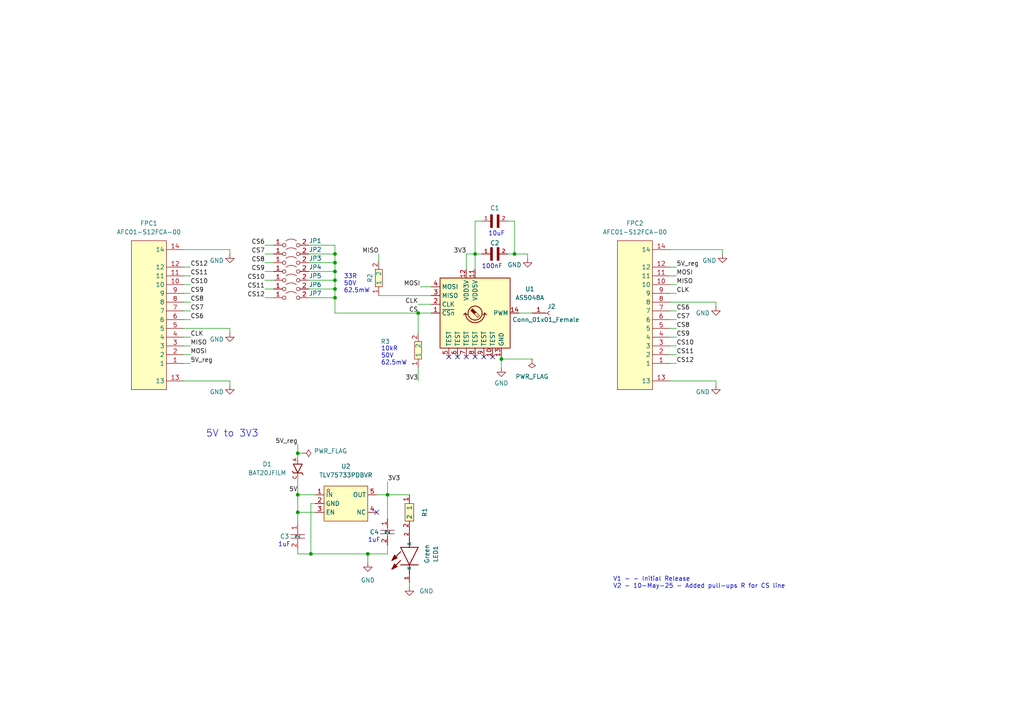
<source format=kicad_sch>
(kicad_sch (version 20211123) (generator eeschema)
  (paper "A4")
  (lib_symbols
    (symbol "100nf_cap_GCM155R71C104KA55J:GCM155R71C104KA55J" (pin_names (offset 1.016))
      (property "Reference" "C" (at 0 3.8109 0))
      (property "Value" "GCM155R71C104KA55J" (at 0 -5.0885 0))
      (symbol "GCM155R71C104KA55J_0_0"
        (rectangle (start 0 -1.9069) (end 0.635 1.905) (stroke (width 0.1)) (fill (type outline)))
        (rectangle (start 1.9069 -1.9069) (end 2.54 1.905) (stroke (width 0.1)) (fill (type outline)))
        (pin passive line (at -2.54 0 0) (length 2.54) (name "~") (number "1"))
        (pin passive line (at 5.08 0 180) (length 2.54) (name "~") (number "2"))
      )
    )
    (symbol "10uF_cap_GRM155R60J106ME15D:GRM155R60J106ME15D" (pin_names (offset 1.016))
      (property "Reference" "C" (at 0 3.8109 0))
      (property "Value" "GRM155R60J106ME15D" (at 0 -5.0885 0))
      (symbol "GRM155R60J106ME15D_0_0"
        (rectangle (start 0 -1.9069) (end 0.635 1.905) (stroke (width 0.1)) (fill (type outline)))
        (rectangle (start 1.9069 -1.9069) (end 2.54 1.905) (stroke (width 0.1)) (fill (type outline)))
        (pin passive line (at -2.54 0 0) (length 2.54) (name "~") (number "1"))
        (pin passive line (at 5.08 0 180) (length 2.54) (name "~") (number "2"))
      )
    )
    (symbol "Connector:Conn_01x01_Female" (pin_names (offset 1.016) hide)
      (property "Reference" "J" (at 0 2.54 0))
      (property "Value" "Conn_01x01_Female" (at 0 -2.54 0))
      (symbol "Conn_01x01_Female_1_1"
        (polyline (pts (xy -1.27 0) (xy -0.508 0)) (stroke (width 0.1524)))
        (arc (start 0 0.508) (mid -0.508 0) (end 0 -0.508) (stroke (width 0.1524)))
        (pin passive line (at -5.08 0 0) (length 3.81) (name "Pin_1") (number "1"))
      )
    )
    (symbol "FFC_conn_Flip type_12P_P=0.5mm_C262661:AFC01-S12FCA-00"
      (property "Reference" "FPC" (at 0 24.13 0))
      (property "Value" "AFC01-S12FCA-00" (at 0 -24.13 0))
      (symbol "AFC01-S12FCA-00_0_1"
        (rectangle (start -2.54 21.59) (end 7.62 -21.59) (fill (type background)))
        (pin unspecified line (at -7.62 13.97 0) (length 5.08) (name "1") (number "1"))
        (pin unspecified line (at -7.62 -8.89 0) (length 5.08) (name "10") (number "10"))
        (pin unspecified line (at -7.62 -11.43 0) (length 5.08) (name "11") (number "11"))
        (pin unspecified line (at -7.62 -13.97 0) (length 5.08) (name "12") (number "12"))
        (pin unspecified line (at -7.62 19.05 0) (length 5.08) (name "13") (number "13"))
        (pin unspecified line (at -7.62 -19.05 0) (length 5.08) (name "14") (number "14"))
        (pin unspecified line (at -7.62 11.43 0) (length 5.08) (name "2") (number "2"))
        (pin unspecified line (at -7.62 8.89 0) (length 5.08) (name "3") (number "3"))
        (pin unspecified line (at -7.62 6.35 0) (length 5.08) (name "4") (number "4"))
        (pin unspecified line (at -7.62 3.81 0) (length 5.08) (name "5") (number "5"))
        (pin unspecified line (at -7.62 1.27 0) (length 5.08) (name "6") (number "6"))
        (pin unspecified line (at -7.62 -1.27 0) (length 5.08) (name "7") (number "7"))
        (pin unspecified line (at -7.62 -3.81 0) (length 5.08) (name "8") (number "8"))
        (pin unspecified line (at -7.62 -6.35 0) (length 5.08) (name "9") (number "9"))
      )
    )
    (symbol "Jumper:Jumper_2_Open" (pin_names (offset 0) hide)
      (property "Reference" "JP" (at 0 2.794 0))
      (property "Value" "Jumper_2_Open" (at 0 -2.286 0))
      (symbol "Jumper_2_Open_0_0"
        (circle (center -2.032 0) (radius 0.508))
        (circle (center 2.032 0) (radius 0.508))
      )
      (symbol "Jumper_2_Open_0_1"
        (arc (start 1.524 1.27) (mid 0 1.778) (end -1.524 1.27))
      )
      (symbol "Jumper_2_Open_1_1"
        (pin passive line (at -5.08 0 0) (length 2.54) (name "A") (number "1"))
        (pin passive line (at 5.08 0 180) (length 2.54) (name "B") (number "2"))
      )
    )
    (symbol "LDO_1A_Fixed_3.3V_out_5.5V_in_SOT-23-5_C485517:TLV75733PDBVR"
      (property "Reference" "U" (at 0 7.62 0))
      (property "Value" "TLV75733PDBVR" (at 0 -7.62 0))
      (symbol "TLV75733PDBVR_0_1"
        (rectangle (start -6.35 5.08) (end 6.35 -5.08) (fill (type background)))
        (circle (center -5.08 3.81) (radius 0.38))
        (pin unspecified line (at -8.89 2.54 0) (length 2.54) (name "IN") (number "1"))
        (pin unspecified line (at -8.89 0 0) (length 2.54) (name "GND") (number "2"))
        (pin unspecified line (at -8.89 -2.54 0) (length 2.54) (name "EN") (number "3"))
        (pin unspecified line (at 8.89 -2.54 180) (length 2.54) (name "NC") (number "4"))
        (pin unspecified line (at 8.89 2.54 180) (length 2.54) (name "OUT") (number "5"))
      )
    )
    (symbol "MLCC_16V_1uF_X7R_±10%_0603_C106248:CC0603KRX7R7BB105"
      (property "Reference" "C" (at 0 5.08 0))
      (property "Value" "CC0603KRX7R7BB105" (at 0 -5.08 0))
      (symbol "CC0603KRX7R7BB105_0_1"
        (polyline (pts (xy -1.27 0) (xy -0.51 0)))
        (polyline (pts (xy -0.51 2.03) (xy -0.51 -2.03)))
        (polyline (pts (xy 0.51 0) (xy 1.27 0)))
        (polyline (pts (xy 0.51 2.03) (xy 0.51 -2.03)))
        (pin input line (at -3.81 0 0) (length 2.54) (name "1") (number "1"))
        (pin input line (at 3.81 0 180) (length 2.54) (name "2") (number "2"))
      )
    )
    (symbol "Resistor_62.5mW_50V_±0.5%_1kΩ_0402_C407754:0402WGD1001TCE"
      (property "Reference" "R" (at 0 5.08 0))
      (property "Value" "0402WGD1001TCE" (at 0 -5.08 0))
      (symbol "0402WGD1001TCE_0_1"
        (rectangle (start -2.54 1.27) (end 2.54 -1.27) (fill (type background)))
        (pin unspecified line (at -5.08 0 0) (length 2.54) (name "1") (number "1"))
        (pin unspecified line (at 5.08 0 180) (length 2.54) (name "2") (number "2"))
      )
    )
    (symbol "Resistor_62.5mW_50V_±1%_10kΩ_0402_C60490:RC0402FR-0710KL"
      (property "Reference" "R" (at 0 5.08 0))
      (property "Value" "RC0402FR-0710KL" (at 0 -5.08 0))
      (symbol "RC0402FR-0710KL_0_1"
        (rectangle (start -2.54 1.02) (end 2.54 -1.02) (fill (type background)))
        (pin input line (at -5.08 0 0) (length 2.54) (name "1") (number "1"))
        (pin input line (at 5.08 0 180) (length 2.54) (name "2") (number "2"))
      )
    )
    (symbol "Resistor_62.5mW_50V_±1%_33Ω_0402_C138002:RC0402FR-0733RL"
      (property "Reference" "R" (at 0 5.08 0))
      (property "Value" "RC0402FR-0733RL" (at 0 -5.08 0))
      (symbol "RC0402FR-0733RL_0_1"
        (rectangle (start -2.54 1.02) (end 2.54 -1.02) (fill (type background)))
        (pin input line (at -5.08 0 0) (length 2.54) (name "1") (number "1"))
        (pin input line (at 5.08 0 180) (length 2.54) (name "2") (number "2"))
      )
    )
    (symbol "Sensor_Magnetic:AS5048A"
      (property "Reference" "U" (at -10.16 11.43 0))
      (property "Value" "AS5048A" (at 10.16 11.43 0))
      (symbol "AS5048A_0_1"
        (rectangle (start -10.16 10.16) (end 10.16 -10.16) (stroke (width 0.254)) (fill (type background)))
        (arc (start -2.794 0) (mid 0 -2.794) (end 2.794 0) (stroke (width 0.254)))
        (polyline (pts (xy -2.794 0) (xy -3.302 -0.508)) (stroke (width 0.254)))
        (polyline (pts (xy -2.794 0) (xy -2.286 -0.508)) (stroke (width 0.254)))
        (polyline (pts (xy 2.794 0) (xy 2.286 -0.508)) (stroke (width 0.254)))
        (polyline (pts (xy 2.794 0) (xy 3.302 -0.508)) (stroke (width 0.254)))
      )
      (symbol "AS5048A_1_1"
        (polyline (pts (xy 0.254 0.254) (xy 1.27 -0.762) (xy 0.762 -1.27) (xy -0.254 -0.254)))
        (polyline (pts (xy -0.762 1.27) (xy 0.254 0.254) (xy -0.254 -0.254) (xy -1.27 0.762) (xy -1.016 1.016) (xy -0.762 1.27) (xy -0.635 1.143)) (fill (type outline)))
        (circle (center 0 0) (radius 2.032) (stroke (width 0.254)))
        (pin input line (at -12.7 0 0) (length 2.54) (name "~{CSn}") (number "1"))
        (pin passive line (at 5.08 -12.7 90) (length 2.54) (name "TEST") (number "10"))
        (pin power_in line (at 0 12.7 270) (length 2.54) (name "VDD5V") (number "11"))
        (pin power_in line (at -2.54 12.7 270) (length 2.54) (name "VDD3V") (number "12"))
        (pin power_in line (at 7.62 -12.7 90) (length 2.54) (name "GND") (number "13"))
        (pin output line (at 12.7 0 180) (length 2.54) (name "PWM") (number "14"))
        (pin input line (at -12.7 2.54 0) (length 2.54) (name "CLK") (number "2"))
        (pin output line (at -12.7 5.08 0) (length 2.54) (name "MISO") (number "3"))
        (pin input line (at -12.7 7.62 0) (length 2.54) (name "MOSI") (number "4"))
        (pin passive line (at -7.62 -12.7 90) (length 2.54) (name "TEST") (number "5"))
        (pin passive line (at -5.08 -12.7 90) (length 2.54) (name "TEST") (number "6"))
        (pin passive line (at -2.54 -12.7 90) (length 2.54) (name "TEST") (number "7"))
        (pin passive line (at 0 -12.7 90) (length 2.54) (name "TEST") (number "8"))
        (pin passive line (at 2.54 -12.7 90) (length 2.54) (name "TEST") (number "9"))
      )
    )
    (symbol "diode_BAT20JFILM:BAT20JFILM" (pin_names (offset 1.016))
      (property "Reference" "D" (at 2.5412 0.4828 0))
      (property "Value" "BAT20JFILM" (at 2.5408 -2.3122 0))
      (symbol "BAT20JFILM_0_0"
        (polyline (pts (xy -2.54 0) (xy -1.27 0)) (stroke (width 0.1524)))
        (polyline (pts (xy -1.27 -1.27) (xy 1.27 0)) (stroke (width 0.254)))
        (polyline (pts (xy -1.27 0) (xy -1.27 -1.27)) (stroke (width 0.254)))
        (polyline (pts (xy -1.27 1.27) (xy -1.27 0)) (stroke (width 0.254)))
        (polyline (pts (xy 1.27 -1.27) (xy 0.762 -1.524)) (stroke (width 0.254)))
        (polyline (pts (xy 1.27 0) (xy -1.27 1.27)) (stroke (width 0.254)))
        (polyline (pts (xy 1.27 0) (xy 1.27 -1.27)) (stroke (width 0.254)))
        (polyline (pts (xy 1.27 1.27) (xy 1.27 0)) (stroke (width 0.254)))
        (polyline (pts (xy 1.27 1.27) (xy 1.778 1.524)) (stroke (width 0.254)))
        (polyline (pts (xy 2.54 0) (xy 1.27 0)) (stroke (width 0.1524)))
        (pin passive line (at -2.54 0 0) (length 0) (name "~") (number "A"))
        (pin passive line (at 2.54 0 180) (length 0) (name "~") (number "C"))
      )
    )
    (symbol "green_LED_wurth_150060GS75000_0603_C5252984:150060GS75000" (pin_names (offset 1.016))
      (property "Reference" "LED" (at 12.7 8.89 0))
      (property "Value" "150060GS75000" (at 12.7 6.35 0))
      (symbol "150060GS75000_0_0"
        (polyline (pts (xy 2.54 0) (xy 5.08 0)) (stroke (width 0.254)))
        (polyline (pts (xy 5.08 0) (xy 10.16 2.54)) (stroke (width 0.254)))
        (polyline (pts (xy 5.08 2.54) (xy 5.08 -2.54)) (stroke (width 0.254)))
        (polyline (pts (xy 6.35 2.54) (xy 3.81 5.08)) (stroke (width 0.254)))
        (polyline (pts (xy 8.89 2.54) (xy 6.35 5.08)) (stroke (width 0.254)))
        (polyline (pts (xy 10.16 -2.54) (xy 5.08 0)) (stroke (width 0.254)))
        (polyline (pts (xy 10.16 -2.54) (xy 10.16 2.54)) (stroke (width 0.254)))
        (polyline (pts (xy 10.16 0) (xy 12.7 0)) (stroke (width 0.254)))
        (polyline (pts (xy 5.334 4.318) (xy 4.572 3.556) (xy 3.81 5.08) (xy 5.334 4.318)) (stroke (width 0.254)) (fill (type outline)))
        (polyline (pts (xy 7.874 4.318) (xy 7.112 3.556) (xy 6.35 5.08) (xy 7.874 4.318)) (stroke (width 0.254)) (fill (type outline)))
        (pin bidirectional line (at 0 0 0) (length 2.54) (name "K") (number "1"))
        (pin bidirectional line (at 15.24 0 180) (length 2.54) (name "A") (number "2"))
      )
    )
    (symbol "power:GND" (power) (pin_names (offset 0))
      (property "Value" "GND" (at 0 -3.81 0))
      (symbol "GND_0_1"
        (polyline (pts (xy 0 0) (xy 0 -1.27) (xy 1.27 -1.27) (xy 0 -2.54) (xy -1.27 -1.27) (xy 0 -1.27)))
      )
      (symbol "GND_1_1"
        (pin power_in line (at 0 0 270) (length 0) hide (name "GND") (number "1"))
      )
    )
    (symbol "power:PWR_FLAG" (power) (pin_numbers hide) (pin_names (offset 0) hide)
      (property "Value" "PWR_FLAG" (at 0 3.81 0))
      (symbol "PWR_FLAG_0_0"
        (pin power_out line (at 0 0 90) (length 0) (name "pwr") (number "1"))
      )
      (symbol "PWR_FLAG_0_1"
        (polyline (pts (xy 0 0) (xy 0 1.27) (xy -1.016 1.905) (xy 0 2.54) (xy 1.016 1.905) (xy 0 1.27)))
      )
    )
  )
  (junction (at 97.155 73.66))
  (junction (at 137.795 73.66))
  (junction (at 97.155 86.36))
  (junction (at 106.68 160.655))
  (junction (at 86.36 143.51))
  (junction (at 149.225 73.66))
  (junction (at 86.36 148.59))
  (junction (at 86.36 131.445))
  (junction (at 97.155 81.28))
  (junction (at 112.395 143.51))
  (junction (at 97.155 76.2))
  (junction (at 121.285 90.805))
  (junction (at 145.415 104.14))
  (junction (at 90.17 160.655))
  (junction (at 97.155 83.82))
  (junction (at 97.155 78.74))
  (no_connect (at 142.875 103.505))
  (no_connect (at 132.715 103.505))
  (no_connect (at 135.255 103.505))
  (no_connect (at 137.795 103.505))
  (no_connect (at 140.335 103.505))
  (no_connect (at 130.175 103.505))
  (no_connect (at 109.22 148.59))
  (wire (pts (xy 97.155 71.12) (xy 89.535 71.12)))
  (wire (pts (xy 112.395 143.51) (xy 118.745 143.51)))
  (wire (pts (xy 109.855 85.725) (xy 125.095 85.725)))
  (wire (pts (xy 55.245 92.71) (xy 53.34 92.71)))
  (wire (pts (xy 196.215 77.47) (xy 194.31 77.47)))
  (wire (pts (xy 66.675 110.49) (xy 66.675 111.76)))
  (wire (pts (xy 194.31 72.39) (xy 209.55 72.39)))
  (wire (pts (xy 121.285 106.68) (xy 121.285 110.49)))
  (wire (pts (xy 196.215 100.33) (xy 194.31 100.33)))
  (wire (pts (xy 97.155 83.82) (xy 97.155 86.36)))
  (wire (pts (xy 196.215 105.41) (xy 194.31 105.41)))
  (wire (pts (xy 106.68 160.655) (xy 106.68 163.195)))
  (wire (pts (xy 97.155 81.28) (xy 97.155 83.82)))
  (wire (pts (xy 86.36 138.43) (xy 86.36 143.51)))
  (wire (pts (xy 112.395 139.7) (xy 112.395 143.51)))
  (wire (pts (xy 109.855 75.565) (xy 109.855 73.66)))
  (wire (pts (xy 112.395 158.115) (xy 112.395 160.655)))
  (wire (pts (xy 194.31 87.63) (xy 207.645 87.63)))
  (wire (pts (xy 196.215 95.25) (xy 194.31 95.25)))
  (wire (pts (xy 149.225 73.66) (xy 153.035 73.66)))
  (wire (pts (xy 196.215 102.87) (xy 194.31 102.87)))
  (wire (pts (xy 76.835 81.28) (xy 79.375 81.28)))
  (wire (pts (xy 90.17 146.05) (xy 90.17 160.655)))
  (wire (pts (xy 89.535 86.36) (xy 97.155 86.36)))
  (wire (pts (xy 89.535 83.82) (xy 97.155 83.82)))
  (wire (pts (xy 207.645 110.49) (xy 207.645 111.76)))
  (wire (pts (xy 149.225 64.135) (xy 149.225 73.66)))
  (wire (pts (xy 121.285 90.805) (xy 121.285 96.52)))
  (wire (pts (xy 53.34 72.39) (xy 66.675 72.39)))
  (wire (pts (xy 118.745 170.18) (xy 118.745 168.91)))
  (wire (pts (xy 87.63 131.445) (xy 86.36 131.445)))
  (wire (pts (xy 147.32 64.135) (xy 149.225 64.135)))
  (wire (pts (xy 91.44 143.51) (xy 86.36 143.51)))
  (wire (pts (xy 97.155 86.36) (xy 97.155 90.805)))
  (wire (pts (xy 86.36 148.59) (xy 86.36 143.51)))
  (wire (pts (xy 66.675 72.39) (xy 66.675 73.66)))
  (wire (pts (xy 137.795 73.66) (xy 135.255 73.66)))
  (wire (pts (xy 135.255 78.105) (xy 135.255 73.66)))
  (wire (pts (xy 55.245 87.63) (xy 53.34 87.63)))
  (wire (pts (xy 109.22 143.51) (xy 112.395 143.51)))
  (wire (pts (xy 196.215 85.09) (xy 194.31 85.09)))
  (wire (pts (xy 86.36 160.655) (xy 90.17 160.655)))
  (wire (pts (xy 55.245 80.01) (xy 53.34 80.01)))
  (wire (pts (xy 125.095 90.805) (xy 121.285 90.805)))
  (wire (pts (xy 145.415 103.505) (xy 145.415 104.14)))
  (wire (pts (xy 86.36 131.445) (xy 86.36 133.35)))
  (wire (pts (xy 55.245 102.87) (xy 53.34 102.87)))
  (wire (pts (xy 112.395 160.655) (xy 106.68 160.655)))
  (wire (pts (xy 207.645 87.63) (xy 207.645 88.9)))
  (wire (pts (xy 209.55 72.39) (xy 209.55 73.66)))
  (wire (pts (xy 194.31 110.49) (xy 207.645 110.49)))
  (wire (pts (xy 91.44 148.59) (xy 86.36 148.59)))
  (wire (pts (xy 90.17 160.655) (xy 106.68 160.655)))
  (wire (pts (xy 53.34 110.49) (xy 66.675 110.49)))
  (wire (pts (xy 137.795 73.66) (xy 137.795 78.105)))
  (wire (pts (xy 55.245 105.41) (xy 53.34 105.41)))
  (wire (pts (xy 196.215 97.79) (xy 194.31 97.79)))
  (wire (pts (xy 55.245 90.17) (xy 53.34 90.17)))
  (wire (pts (xy 196.215 90.17) (xy 194.31 90.17)))
  (wire (pts (xy 66.675 95.25) (xy 66.675 96.52)))
  (wire (pts (xy 145.415 104.14) (xy 145.415 106.68)))
  (wire (pts (xy 147.32 73.66) (xy 149.225 73.66)))
  (wire (pts (xy 97.155 78.74) (xy 97.155 81.28)))
  (wire (pts (xy 86.36 151.765) (xy 86.36 148.59)))
  (wire (pts (xy 153.035 73.66) (xy 153.035 74.93)))
  (wire (pts (xy 121.285 88.265) (xy 125.095 88.265)))
  (wire (pts (xy 154.305 104.14) (xy 145.415 104.14)))
  (wire (pts (xy 76.835 78.74) (xy 79.375 78.74)))
  (wire (pts (xy 76.835 76.2) (xy 79.375 76.2)))
  (wire (pts (xy 89.535 76.2) (xy 97.155 76.2)))
  (wire (pts (xy 112.395 150.495) (xy 112.395 143.51)))
  (wire (pts (xy 55.245 82.55) (xy 53.34 82.55)))
  (wire (pts (xy 196.215 82.55) (xy 194.31 82.55)))
  (wire (pts (xy 97.155 78.74) (xy 89.535 78.74)))
  (wire (pts (xy 91.44 146.05) (xy 90.17 146.05)))
  (wire (pts (xy 55.245 97.79) (xy 53.34 97.79)))
  (wire (pts (xy 121.92 83.185) (xy 125.095 83.185)))
  (wire (pts (xy 76.835 73.66) (xy 79.375 73.66)))
  (wire (pts (xy 137.795 64.135) (xy 139.7 64.135)))
  (wire (pts (xy 196.215 92.71) (xy 194.31 92.71)))
  (wire (pts (xy 154.305 90.805) (xy 150.495 90.805)))
  (wire (pts (xy 97.155 76.2) (xy 97.155 78.74)))
  (wire (pts (xy 86.36 128.905) (xy 86.36 131.445)))
  (wire (pts (xy 139.7 73.66) (xy 137.795 73.66)))
  (wire (pts (xy 121.285 90.805) (xy 97.155 90.805)))
  (wire (pts (xy 76.835 71.12) (xy 79.375 71.12)))
  (wire (pts (xy 53.34 95.25) (xy 66.675 95.25)))
  (wire (pts (xy 55.245 100.33) (xy 53.34 100.33)))
  (wire (pts (xy 137.795 73.66) (xy 137.795 64.135)))
  (wire (pts (xy 86.36 159.385) (xy 86.36 160.655)))
  (wire (pts (xy 196.215 80.01) (xy 194.31 80.01)))
  (wire (pts (xy 89.535 73.66) (xy 97.155 73.66)))
  (wire (pts (xy 97.155 73.66) (xy 97.155 71.12)))
  (wire (pts (xy 76.835 86.36) (xy 79.375 86.36)))
  (wire (pts (xy 55.245 77.47) (xy 53.34 77.47)))
  (wire (pts (xy 76.835 83.82) (xy 79.375 83.82)))
  (wire (pts (xy 55.245 85.09) (xy 53.34 85.09)))
  (wire (pts (xy 89.535 81.28) (xy 97.155 81.28)))
  (wire (pts (xy 97.155 76.2) (xy 97.155 73.66)))
  (text "100nF" (at 139.7 78.105 0) (effects (font (size 1.27 1.27)) (justify left bottom)))
  (text "10kR\n50V\n62.5mW" (at 110.49 106.045 0) (effects (font (size 1.27 1.27)) (justify left bottom)))
  (text "1uF" (at 80.645 158.75 0) (effects (font (size 1.27 1.27)) (justify left bottom)))
  (text "33R\n50V\n62.5mW" (at 99.695 85.09 0) (effects (font (size 1.27 1.27)) (justify left bottom)))
  (text "1uF" (at 106.68 157.48 0) (effects (font (size 1.27 1.27)) (justify left bottom)))
  (text "5V to 3V3" (at 59.69 127 0) (effects (font (size 2 2)) (justify left bottom)))
  (text "10uF" (at 141.605 68.58 0) (effects (font (size 1.27 1.27)) (justify left bottom)))
  (text "V1 - - Initial Release\nV2 - 10-May-25 - Added pull-ups R for CS line\n" (at 177.8 170.815 0) (effects (font (size 1.27 1.27)) (justify left bottom)))
  (label "CS7" (at 55.245 90.17 0))
  (label "3V3" (at 112.395 139.7 0))
  (label "CS10" (at 196.215 100.33 0))
  (label "MISO" (at 196.215 82.55 0))
  (label "CS9" (at 196.215 97.79 0))
  (label "CS6" (at 55.245 92.71 0))
  (label "CS7" (at 76.835 73.66 180))
  (label "MOSI" (at 196.215 80.01 0))
  (label "CS9" (at 55.245 85.09 0))
  (label "MISO" (at 55.245 100.33 0))
  (label "CS8" (at 76.835 76.2 180))
  (label "5V_reg" (at 55.245 105.41 0))
  (label "CS6" (at 76.835 71.12 180))
  (label "5V" (at 86.36 142.875 180))
  (label "CS9" (at 76.835 78.74 180))
  (label "CS11" (at 76.835 83.82 180))
  (label "CS8" (at 196.215 95.25 0))
  (label "CS11" (at 55.245 80.01 0))
  (label "CLK" (at 196.215 85.09 0))
  (label "CLK" (at 121.285 88.265 180))
  (label "CS10" (at 76.835 81.28 180))
  (label "CS12" (at 196.215 105.41 0))
  (label "5V_reg" (at 86.36 128.905 180))
  (label "CS12" (at 76.835 86.36 180))
  (label "5V_reg" (at 196.215 77.47 0))
  (label "MISO" (at 109.855 73.66 180))
  (label "MOSI" (at 121.92 83.185 180))
  (label "3V3" (at 121.285 110.49 180))
  (label "CS8" (at 55.245 87.63 0))
  (label "MOSI" (at 55.245 102.87 0))
  (label "3V3" (at 135.255 73.66 180))
  (label "CS" (at 121.285 90.805 180))
  (label "CS11" (at 196.215 102.87 0))
  (label "CS7" (at 196.215 92.71 0))
  (label "CLK" (at 55.245 97.79 0))
  (label "CS10" (at 55.245 82.55 0))
  (label "CS12" (at 55.245 77.47 0))
  (label "CS6" (at 196.215 90.17 0))
  (symbol (lib_id "power:GND") (at 207.645 88.9 0) (unit 1)
    (property "Reference" "#PWR0101" (effects hide))
    (property "Value" "GND" (at 203.835 90.805 0))
  )
  (symbol (lib_id "power:GND") (at 145.415 106.68 0) (unit 1)
    (property "Reference" "#PWR05" (effects hide))
    (property "Value" "GND" (at 145.415 111.125 0))
  )
  (symbol (lib_id "power:GND") (at 207.645 111.76 0) (unit 1)
    (property "Reference" "#PWR010" (effects hide))
    (property "Value" "GND" (at 203.835 113.665 0))
  )
  (symbol (lib_id "MLCC_16V_1uF_X7R_±10%_0603_C106248:CC0603KRX7R7BB105") (at 86.36 155.575 270) (unit 1)
    (property "Reference" "C3" (at 82.55 155.575 90))
    (property "Value" "CC0603KRX7R7BB105" (effects hide))
    (property "Footprint" "MLCC_16V_1uF_X7R_±10%_0603_C106248:MLCC_16V_1uF_X7R_±10%_0603_C106248" (effects hide))
    (property "Datasheet" "https://lcsc.com/product-detail/Multilayer-Ceramic-Capacitors-MLCC-SMD-SMT_1uF-105-10-16V_C106248.html" (effects hide))
    (property "LCSC Part" "C106248" (effects hide))
    (property "LCSC" "C106248" (effects hide))
  )
  (symbol (lib_id "power:GND") (at 153.035 74.93 0) (unit 1)
    (property "Reference" "#PWR06" (effects hide))
    (property "Value" "GND" (at 149.225 76.835 0))
  )
  (symbol (lib_id "10uF_cap_GRM155R60J106ME15D:GRM155R60J106ME15D") (at 142.24 64.135 0) (unit 1)
    (property "Reference" "C1" (at 143.51 60.325 0))
    (property "Value" "GRM155R60J106ME15D" (effects hide))
    (property "Footprint" "10uF_cap_GRM155R60J106ME15D:CAPC1005X65N" (effects hide))
    (property "MF" "Murata" (effects hide))
    (property "Description" "\nSMD capacitor X5R(EIA) with capacitance 10uF Tol.20%. Rated voltage 6.3Vdc 85C\n" (effects hide))
    (property "Package" "1005 Murata" (effects hide))
    (property "Price" "None" (effects hide))
    (property "SnapEDA_Link" "https://www.snapeda.com/parts/GRM155R60J106ME15D/Murata+Electronics+North+America/view-part/?ref=snap" (effects hide))
    (property "MP" "GRM155R60J106ME15D" (effects hide))
    (property "Purchase-URL" "https://www.snapeda.com/api/url_track_click_mouser/?unipart_id=1756108&manufacturer=Murata&part_name=GRM155R60J106ME15D&search_term=grm155r60j106me15d" (effects hide))
    (property "Availability" "In Stock" (effects hide))
    (property "Check_prices" "https://www.snapeda.com/parts/GRM155R60J106ME15D/Murata+Electronics+North+America/view-part/?ref=eda" (effects hide))
    (property "LCSC" "C412251" (effects hide))
    (property "LCSC Part #" "C412251" (effects hide))
    (property "LCSC Part" "C412251" (effects hide))
  )
  (symbol (lib_id "MLCC_16V_1uF_X7R_±10%_0603_C106248:CC0603KRX7R7BB105") (at 112.395 154.305 270) (unit 1)
    (property "Reference" "C4" (at 108.585 154.305 90))
    (property "Value" "CC0603KRX7R7BB105" (effects hide))
    (property "Footprint" "MLCC_16V_1uF_X7R_±10%_0603_C106248:MLCC_16V_1uF_X7R_±10%_0603_C106248" (effects hide))
    (property "Datasheet" "https://lcsc.com/product-detail/Multilayer-Ceramic-Capacitors-MLCC-SMD-SMT_1uF-105-10-16V_C106248.html" (effects hide))
    (property "LCSC Part" "C106248" (effects hide))
    (property "LCSC" "C106248" (effects hide))
  )
  (symbol (lib_id "Jumper:Jumper_2_Open") (at 84.455 76.2 0) (unit 1)
    (property "Reference" "JP3" (at 91.44 74.93 0))
    (property "Value" "Jumper_2_Open" (effects hide))
    (property "Footprint" "solder_jumpers:SolderJumper-2_P1.3mm_Open_TrianglePad1.0x1.5mm" (effects hide))
  )
  (symbol (lib_id "Jumper:Jumper_2_Open") (at 84.455 81.28 0) (unit 1)
    (property "Reference" "JP5" (at 91.44 80.01 0))
    (property "Value" "Jumper_2_Open" (effects hide))
    (property "Footprint" "solder_jumpers:SolderJumper-2_P1.3mm_Open_TrianglePad1.0x1.5mm" (effects hide))
  )
  (symbol (lib_id "Jumper:Jumper_2_Open") (at 84.455 78.74 0) (unit 1)
    (property "Reference" "JP4" (at 91.44 77.47 0))
    (property "Value" "Jumper_2_Open" (effects hide))
    (property "Footprint" "solder_jumpers:SolderJumper-2_P1.3mm_Open_TrianglePad1.0x1.5mm" (effects hide))
  )
  (symbol (lib_id "Connector:Conn_01x01_Female") (at 159.385 90.805 0) (unit 1)
    (property "Reference" "J2" (at 158.75 88.9 0) (effects (justify left)))
    (property "Value" "Conn_01x01_Female" (at 148.59 92.71 0) (effects (justify left)))
    (property "Footprint" "Connector_PinHeader_1.00mm:PinHeader_1x01_P1.00mm_Vertical" (effects hide))
  )
  (symbol (lib_id "Jumper:Jumper_2_Open") (at 84.455 86.36 0) (unit 1)
    (property "Reference" "JP7" (at 91.44 85.09 0))
    (property "Value" "Jumper_2_Open" (effects hide))
    (property "Footprint" "solder_jumpers:SolderJumper-2_P1.3mm_Open_TrianglePad1.0x1.5mm" (effects hide))
  )
  (symbol (lib_id "power:GND") (at 118.745 170.18 0) (unit 1)
    (property "Reference" "#PWR04" (effects hide))
    (property "Value" "GND" (at 121.6112 171.4499 0) (effects (justify left)))
  )
  (symbol (lib_id "FFC_conn_Flip type_12P_P=0.5mm_C262661:AFC01-S12FCA-00") (at 45.72 91.44 180) (unit 1)
    (property "Reference" "FPC1" (at 43.18 64.77 0))
    (property "Value" "AFC01-S12FCA-00" (at 43.18 67.31 0))
    (property "Footprint" "FFC_conn_Flip type_12P_P=0.5mm_C262661:FFC_conn_Flip type_12P_P=0.5mm_C262661" (effects hide))
    (property "Datasheet" "https://lcsc.com/product-detail/Others_JUSHUO-AFC01-S12FCA-00_C262661.html" (effects hide))
    (property "LCSC Part" "C262661" (effects hide))
    (property "LCSC" "C262661" (effects hide))
  )
  (symbol (lib_id "Sensor_Magnetic:AS5048A") (at 137.795 90.805 0) (unit 1)
    (property "Reference" "U1" (at 153.67 83.82 0))
    (property "Value" "AS5048A" (at 153.67 86.36 0))
    (property "Footprint" "Package_SO:TSSOP-14_4.4x5mm_P0.65mm" (effects hide))
    (property "Datasheet" "https://ams.com/documents/20143/36005/AS5048_DS000298_4-00.pdf" (effects hide))
    (property "LCSC" "C2655181" (effects hide))
    (property "LCSC Part #" "C2655181" (effects hide))
    (property "LCSC Part" "C2655181" (effects hide))
  )
  (symbol (lib_id "LDO_1A_Fixed_3.3V_out_5.5V_in_SOT-23-5_C485517:TLV75733PDBVR") (at 100.33 146.05 0) (unit 1)
    (property "Reference" "U2" (at 100.33 135.255 0))
    (property "Value" "TLV75733PDBVR" (at 100.33 137.795 0))
    (property "Footprint" "LDO_1A_Fixed_3.3V_out_5.5V_in_SOT-23-5_C485517:LDO_1A_Fixed_3.3V_out_5.5V_in_SOT-23-5_C485517" (effects hide))
    (property "Datasheet" "https://lcsc.com/product-detail/New-Arrivals_Texas-Instruments-Texas-Instruments-TLV75733PDBVR_C485517.html" (effects hide))
    (property "LCSC Part" "C485517" (effects hide))
    (property "LCSC" "C485517" (effects hide))
  )
  (symbol (lib_id "Resistor_62.5mW_50V_±1%_10kΩ_0402_C60490:RC0402FR-0710KL") (at 121.285 101.6 90) (unit 1)
    (property "Reference" "R3" (at 111.76 99.06 90))
    (property "Value" "RC0402FR-0710KL" (effects hide))
    (property "Footprint" "Resistor_62.5mW_50V_±1%_10kΩ_0402_C60490:Resistor_62.5mW_50V_±1%_10kΩ_0402_C60490" (effects hide))
    (property "Datasheet" "https://lcsc.com/product-detail/Chip-Resistor-Surface-Mount_10KR-1002-1_C60490.html" (effects hide))
    (property "LCSC Part" "C60490" (effects hide))
    (property "LCSC" "C60490" (effects hide))
  )
  (symbol (lib_id "Jumper:Jumper_2_Open") (at 84.455 73.66 0) (unit 1)
    (property "Reference" "JP2" (at 91.44 72.39 0))
    (property "Value" "Jumper_2_Open" (effects hide))
    (property "Footprint" "solder_jumpers:SolderJumper-2_P1.3mm_Open_TrianglePad1.0x1.5mm" (effects hide))
  )
  (symbol (lib_id "100nf_cap_GCM155R71C104KA55J:GCM155R71C104KA55J") (at 142.24 73.66 0) (unit 1)
    (property "Reference" "C2" (at 143.51 70.485 0))
    (property "Value" "GCM155R71C104KA55J" (effects hide))
    (property "Footprint" "100nf_cap_GCM155R71C104KA55J:CAPC1005X55N" (effects hide))
    (property "MF" "Murata" (effects hide))
    (property "Description" "\n0.1 µF ±10% 16V Ceramic Capacitor X7R 0402 (1005 Metric)\n" (effects hide))
    (property "Package" "1005 Taiyo Yuden" (effects hide))
    (property "Price" "None" (effects hide))
    (property "SnapEDA_Link" "https://www.snapeda.com/parts/GCM155R71C104KA55J/Murata+Electronics+North+America/view-part/?ref=snap" (effects hide))
    (property "MP" "GCM155R71C104KA55J" (effects hide))
    (property "Purchase-URL" "https://pricing.snapeda.com/search?q=GCM155R71C104KA55J&ref=eda" (effects hide))
    (property "Availability" "In Stock" (effects hide))
    (property "Check_prices" "https://www.snapeda.com/parts/GCM155R71C104KA55J/Murata+Electronics+North+America/view-part/?ref=eda" (effects hide))
    (property "LCSC" "C2655418" (effects hide))
    (property "LCSC Part #" "C2655418" (effects hide))
    (property "LCSC Part" "C2655418" (effects hide))
  )
  (symbol (lib_id "power:GND") (at 209.55 73.66 0) (unit 1)
    (property "Reference" "#PWR08" (effects hide))
    (property "Value" "GND" (at 205.74 75.565 0))
  )
  (symbol (lib_id "FFC_conn_Flip type_12P_P=0.5mm_C262661:AFC01-S12FCA-00") (at 186.69 91.44 180) (unit 1)
    (property "Reference" "FPC2" (at 184.15 64.77 0))
    (property "Value" "AFC01-S12FCA-00" (at 184.15 67.31 0))
    (property "Footprint" "FFC_conn_Flip type_12P_P=0.5mm_C262661:FFC_conn_Flip type_12P_P=0.5mm_C262661" (effects hide))
    (property "Datasheet" "https://lcsc.com/product-detail/Others_JUSHUO-AFC01-S12FCA-00_C262661.html" (effects hide))
    (property "LCSC Part" "C262661" (effects hide))
    (property "LCSC" "C262661" (effects hide))
  )
  (symbol (lib_id "power:GND") (at 106.68 163.195 0) (unit 1)
    (property "Reference" "#PWR03" (effects hide))
    (property "Value" "GND" (at 106.68 168.275 0))
  )
  (symbol (lib_id "Jumper:Jumper_2_Open") (at 84.455 71.12 0) (unit 1)
    (property "Reference" "JP1" (at 91.44 69.85 0))
    (property "Value" "Jumper_2_Open" (effects hide))
    (property "Footprint" "solder_jumpers:SolderJumper-2_P1.3mm_Open_TrianglePad1.0x1.5mm" (effects hide))
  )
  (symbol (lib_id "green_LED_wurth_150060GS75000_0603_C5252984:150060GS75000") (at 118.745 168.91 90) (unit 1)
    (property "Reference" "LED1" (at 126.365 160.655 0))
    (property "Value" "Green" (at 123.825 160.655 0))
    (property "Footprint" "green_LED_wurth_150060GS75000_0603_C5252984:LEDC1608X80N" (effects hide))
    (property "MANUFACTURER_NAME" "Wurth Elektronik" (effects hide))
    (property "MF" "Wurth Electronics" (effects hide))
    (property "MOUSER_PRICE-STOCK" "https://www.mouser.com/Search/Refine.aspx?Keyword=710-150060GS75000" (effects hide))
    (property "DESCRIPTION" "Wurth Elektronik WL-SMCW 520 nm Green LED, 1608 (0603) Clear SMD package" (effects hide))
    (property "MOUSER_PART_NUMBER" "710-150060GS75000" (effects hide))
    (property "Price" "None" (effects hide))
    (property "Package" "0603 Würth Elektronik" (effects hide))
    (property "Check_prices" "https://www.snapeda.com/parts/150060GS75000/Wurth+Electronics+Inc./view-part/?ref=eda" (effects hide))
    (property "HEIGHT" "0.8mm" (effects hide))
    (property "SnapEDA_Link" "https://www.snapeda.com/parts/150060GS75000/Wurth+Electronics+Inc./view-part/?ref=snap" (effects hide))
    (property "MP" "150060GS75000" (effects hide))
    (property "Description" "\nGreen 520nm LED Indication - Discrete 3.2V 0603 (1608 Metric)\n" (effects hide))
    (property "Availability" "In Stock" (effects hide))
    (property "MANUFACTURER_PART_NUMBER" "150060GS75000" (effects hide))
    (property "LCSC" "C5252984" (effects hide))
    (property "LCSC Part" "C5252984" (effects hide))
  )
  (symbol (lib_id "Resistor_62.5mW_50V_±1%_33Ω_0402_C138002:RC0402FR-0733RL") (at 109.855 80.645 90) (unit 1)
    (property "Reference" "R2" (at 107.315 80.645 0))
    (property "Value" "RC0402FR-0733RL" (effects hide))
    (property "Footprint" "Resistor_62.5mW_50V_±1%_33Ω_0402_C138002:Resistor_62.5mW_50V_±1%_33Ω_0402_C138002" (effects hide))
    (property "Datasheet" "https://lcsc.com/product-detail/Chip-Resistor-Surface-Mount_33R-33R0-1_C138002.html" (effects hide))
    (property "LCSC Part" "C138002" (effects hide))
    (property "LCSC" "C138002" (effects hide))
  )
  (symbol (lib_id "power:PWR_FLAG") (at 154.305 104.14 180) (unit 1)
    (property "Reference" "#FLG0101" (effects hide))
    (property "Value" "PWR_FLAG" (at 154.305 109.22 0))
  )
  (symbol (lib_id "power:PWR_FLAG") (at 87.63 131.445 270) (unit 1)
    (property "Reference" "#FLG01" (effects hide))
    (property "Value" "PWR_FLAG" (at 95.885 130.81 90))
  )
  (symbol (lib_id "power:GND") (at 66.675 73.66 0) (unit 1)
    (property "Reference" "#PWR01" (effects hide))
    (property "Value" "GND" (at 62.865 75.565 0))
  )
  (symbol (lib_id "diode_BAT20JFILM:BAT20JFILM") (at 86.36 135.89 270) (unit 1)
    (property "Reference" "D1" (at 77.47 134.62 90))
    (property "Value" "BAT20JFILM" (at 77.47 137.16 90))
    (property "Footprint" "diode_BAT20JFILM:SOD-323" (effects hide))
    (property "MF" "STMicroelectronics" (effects hide))
    (property "Description" "\nDiode Schottky 23 V 1A Surface Mount SOD-323\n" (effects hide))
    (property "Package" "SOD-323 STMicroelectronics" (effects hide))
    (property "Price" "None" (effects hide))
    (property "VALUE" "BAT20JFILM" (effects hide))
    (property "MP" "BAT20JFILM" (effects hide))
    (property "SnapEDA_Link" "https://www.snapeda.com/parts/BAT20JFILM/STMicroelectronics/view-part/?ref=snap" (effects hide))
    (property "PROD_ID" "DIO-11623" (effects hide))
    (property "Purchase-URL" "https://pricing.snapeda.com/search?q=BAT20JFILM&ref=eda" (effects hide))
    (property "Availability" "In Stock" (effects hide))
    (property "Check_prices" "https://www.snapeda.com/parts/BAT20JFILM/STMicroelectronics/view-part/?ref=eda" (effects hide))
    (property "LCSC Part #" "C155590" (effects hide))
    (property "LCSC Part" "C155590" (effects hide))
    (property "LCSC" "C155590" (effects hide))
  )
  (symbol (lib_id "power:GND") (at 66.675 111.76 0) (unit 1)
    (property "Reference" "#PWR07" (effects hide))
    (property "Value" "GND" (at 62.865 113.665 0))
  )
  (symbol (lib_id "Resistor_62.5mW_50V_±0.5%_1kΩ_0402_C407754:0402WGD1001TCE") (at 118.745 148.59 270) (unit 1)
    (property "Reference" "R1" (at 123.19 148.59 0))
    (property "Value" "0402WGD1001TCE" (effects hide))
    (property "Footprint" "Resistor_62.5mW_50V_±0.5%_1kΩ_0402_C407754:Resistor_62.5mW_50V_±0.5%_1kΩ_0402_C407754" (effects hide))
    (property "Datasheet" "https://lcsc.com/product-detail/Chip-Resistor-Surface-Mount_Uniroyal-Elec-0402WGD1001TCE_C407754.html" (effects hide))
    (property "LCSC Part" "C407754" (effects hide))
    (property "LCSC" "C407754" (effects hide))
  )
  (symbol (lib_id "power:GND") (at 66.675 96.52 0) (unit 1)
    (property "Reference" "#PWR02" (effects hide))
    (property "Value" "GND" (at 62.865 98.425 0))
  )
  (symbol (lib_id "Jumper:Jumper_2_Open") (at 84.455 83.82 0) (unit 1)
    (property "Reference" "JP6" (at 91.44 82.55 0))
    (property "Value" "Jumper_2_Open" (effects hide))
    (property "Footprint" "solder_jumpers:SolderJumper-2_P1.3mm_Open_TrianglePad1.0x1.5mm" (effects hide))
  )
)
</source>
